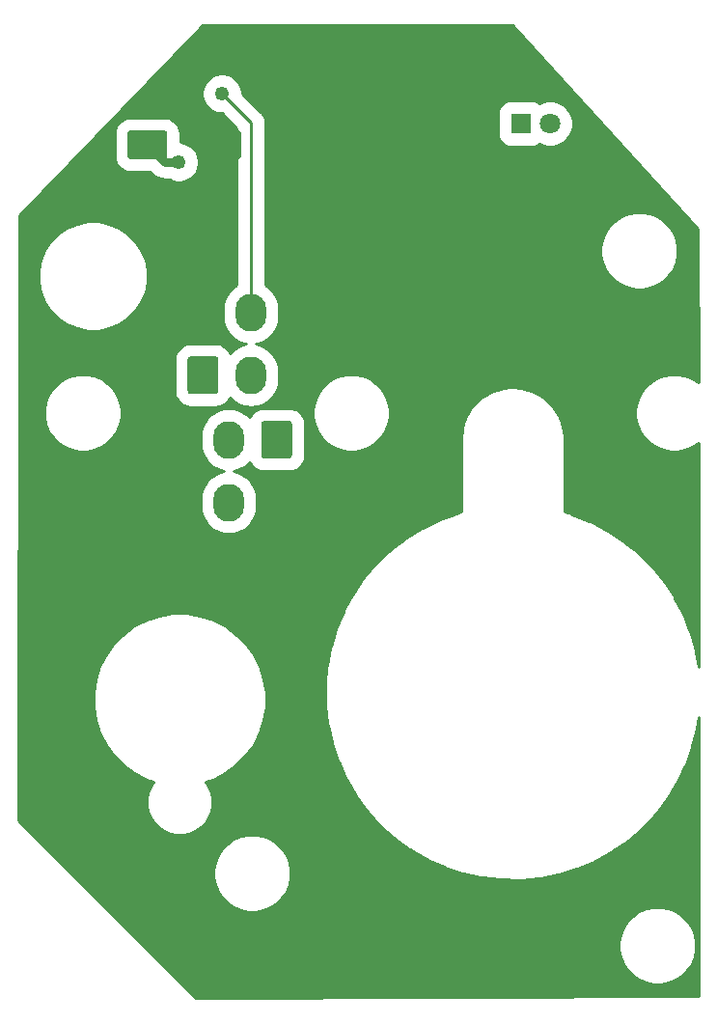
<source format=gbr>
%TF.GenerationSoftware,KiCad,Pcbnew,(5.1.6)-1*%
%TF.CreationDate,2020-12-21T16:45:17+11:00*%
%TF.ProjectId,Landing Gear Panel PCB V2,4c616e64-696e-4672-9047-656172205061,rev?*%
%TF.SameCoordinates,Original*%
%TF.FileFunction,Copper,L2,Bot*%
%TF.FilePolarity,Positive*%
%FSLAX46Y46*%
G04 Gerber Fmt 4.6, Leading zero omitted, Abs format (unit mm)*
G04 Created by KiCad (PCBNEW (5.1.6)-1) date 2020-12-21 16:45:17*
%MOMM*%
%LPD*%
G01*
G04 APERTURE LIST*
%TA.AperFunction,ComponentPad*%
%ADD10O,2.700000X3.300000*%
%TD*%
%TA.AperFunction,ComponentPad*%
%ADD11C,1.800000*%
%TD*%
%TA.AperFunction,ComponentPad*%
%ADD12R,1.800000X1.800000*%
%TD*%
%TA.AperFunction,ViaPad*%
%ADD13C,1.250000*%
%TD*%
%TA.AperFunction,Conductor*%
%ADD14C,0.750000*%
%TD*%
%TA.AperFunction,Conductor*%
%ADD15C,0.250000*%
%TD*%
%TA.AperFunction,Conductor*%
%ADD16C,0.254000*%
%TD*%
G04 APERTURE END LIST*
D10*
%TO.P,J2,4*%
%TO.N,/DATAIN*%
X85450000Y-65500000D03*
%TO.P,J2,3*%
%TO.N,/LEDGND*%
X81250000Y-65500000D03*
%TO.P,J2,2*%
%TO.N,/LED+5V*%
X85450000Y-71000000D03*
%TO.P,J2,1*%
%TA.AperFunction,ComponentPad*%
G36*
G01*
X79900000Y-72399999D02*
X79900000Y-69600001D01*
G75*
G02*
X80150001Y-69350000I250001J0D01*
G01*
X82349999Y-69350000D01*
G75*
G02*
X82600000Y-69600001I0J-250001D01*
G01*
X82600000Y-72399999D01*
G75*
G02*
X82349999Y-72650000I-250001J0D01*
G01*
X80150001Y-72650000D01*
G75*
G02*
X79900000Y-72399999I0J250001D01*
G01*
G37*
%TD.AperFunction*%
%TD*%
%TO.P,J1,4*%
%TO.N,/DATAOUT*%
X83500000Y-82150000D03*
%TO.P,J1,3*%
%TO.N,/LEDGND*%
X87700000Y-82150000D03*
%TO.P,J1,2*%
%TO.N,/LED+5V*%
X83500000Y-76650000D03*
%TO.P,J1,1*%
%TA.AperFunction,ComponentPad*%
G36*
G01*
X89050000Y-75250001D02*
X89050000Y-78049999D01*
G75*
G02*
X88799999Y-78300000I-250001J0D01*
G01*
X86600001Y-78300000D01*
G75*
G02*
X86350000Y-78049999I0J250001D01*
G01*
X86350000Y-75250001D01*
G75*
G02*
X86600001Y-75000000I250001J0D01*
G01*
X88799999Y-75000000D01*
G75*
G02*
X89050000Y-75250001I0J-250001D01*
G01*
G37*
%TD.AperFunction*%
%TD*%
D11*
%TO.P,D24,2*%
%TO.N,/LED+5V*%
X111684000Y-48920400D03*
D12*
%TO.P,D24,1*%
%TO.N,Net-(D24-Pad1)*%
X109144000Y-48920400D03*
%TD*%
%TO.P,C1,2*%
%TO.N,/LEDGND*%
%TA.AperFunction,SMDPad,CuDef*%
G36*
G01*
X81103600Y-51774600D02*
X81103600Y-49774600D01*
G75*
G02*
X81353600Y-49524600I250000J0D01*
G01*
X84353600Y-49524600D01*
G75*
G02*
X84603600Y-49774600I0J-250000D01*
G01*
X84603600Y-51774600D01*
G75*
G02*
X84353600Y-52024600I-250000J0D01*
G01*
X81353600Y-52024600D01*
G75*
G02*
X81103600Y-51774600I0J250000D01*
G01*
G37*
%TD.AperFunction*%
%TO.P,C1,1*%
%TO.N,/LED+5V*%
%TA.AperFunction,SMDPad,CuDef*%
G36*
G01*
X74603600Y-51774600D02*
X74603600Y-49774600D01*
G75*
G02*
X74853600Y-49524600I250000J0D01*
G01*
X77853600Y-49524600D01*
G75*
G02*
X78103600Y-49774600I0J-250000D01*
G01*
X78103600Y-51774600D01*
G75*
G02*
X77853600Y-52024600I-250000J0D01*
G01*
X74853600Y-52024600D01*
G75*
G02*
X74603600Y-51774600I0J250000D01*
G01*
G37*
%TD.AperFunction*%
%TD*%
D13*
%TO.N,/LEDGND*%
X78967400Y-81665300D03*
X87650000Y-62700000D03*
X98550000Y-118000000D03*
X90150000Y-110900000D03*
X73300000Y-111600000D03*
X68350000Y-97200000D03*
X87850000Y-47800000D03*
X98550000Y-47900000D03*
X106650000Y-47800000D03*
X82900000Y-90800000D03*
X91500000Y-94050000D03*
X95200000Y-86400000D03*
X115750000Y-70550000D03*
X103450000Y-72250000D03*
X100250000Y-72150000D03*
X96900000Y-64300000D03*
X114250000Y-63950000D03*
X114100000Y-56600000D03*
X105600000Y-56700000D03*
X96650000Y-56800000D03*
X78750000Y-57450000D03*
X87850000Y-53300000D03*
X105600000Y-64350000D03*
%TO.N,/LED+5V*%
X79134500Y-52298400D03*
%TO.N,/DATAIN*%
X82919500Y-46269500D03*
%TD*%
D14*
%TO.N,/LED+5V*%
X79134500Y-52298400D02*
X77877400Y-52298400D01*
X77877400Y-52298400D02*
X76353600Y-50774600D01*
D15*
%TO.N,/DATAIN*%
X85450000Y-48800000D02*
X82919500Y-46269500D01*
X85450000Y-65500000D02*
X85450000Y-48800000D01*
%TD*%
D16*
%TO.N,/LEDGND*%
G36*
X124679930Y-58105809D02*
G01*
X124689902Y-71638097D01*
X124170284Y-71290899D01*
X123554566Y-71035861D01*
X122900924Y-70905843D01*
X122234476Y-70905843D01*
X121580834Y-71035861D01*
X120965116Y-71290899D01*
X120410985Y-71661158D01*
X119939735Y-72132408D01*
X119569476Y-72686539D01*
X119314438Y-73302257D01*
X119184420Y-73955899D01*
X119184420Y-74622347D01*
X119314438Y-75275989D01*
X119569476Y-75891707D01*
X119939735Y-76445838D01*
X120410985Y-76917088D01*
X120965116Y-77287347D01*
X121580834Y-77542385D01*
X122234476Y-77672403D01*
X122900924Y-77672403D01*
X123554566Y-77542385D01*
X124170284Y-77287347D01*
X124693808Y-76937539D01*
X124708268Y-96559883D01*
X124488987Y-95272075D01*
X124482206Y-95241772D01*
X124477018Y-95211142D01*
X124461409Y-95148829D01*
X124040539Y-93637707D01*
X124030674Y-93608248D01*
X124022369Y-93578327D01*
X124000437Y-93517949D01*
X123426464Y-92058094D01*
X123413621Y-92029800D01*
X123402286Y-92000896D01*
X123374265Y-91943092D01*
X122653270Y-90549970D01*
X122637590Y-90523152D01*
X122623341Y-90495561D01*
X122589526Y-90440944D01*
X121729148Y-89129315D01*
X121710798Y-89104256D01*
X121693785Y-89078270D01*
X121654534Y-89027418D01*
X120663887Y-87811177D01*
X120643056Y-87788133D01*
X120623464Y-87764038D01*
X120579195Y-87717490D01*
X119468776Y-86609523D01*
X119445688Y-86588744D01*
X119423721Y-86566788D01*
X119374901Y-86525037D01*
X118156473Y-85537082D01*
X118131366Y-85518783D01*
X118107265Y-85499206D01*
X118054412Y-85462694D01*
X116740884Y-84605217D01*
X116714037Y-84589600D01*
X116688043Y-84572599D01*
X116631717Y-84541714D01*
X115237004Y-83823801D01*
X115208694Y-83811027D01*
X115181091Y-83796788D01*
X115121888Y-83771857D01*
X113660768Y-83201112D01*
X113631293Y-83191314D01*
X113602373Y-83179989D01*
X113540933Y-83161279D01*
X113540922Y-83161275D01*
X113540917Y-83161274D01*
X112930158Y-82992622D01*
X112936256Y-76521889D01*
X112930021Y-76457967D01*
X112930021Y-76415162D01*
X112928230Y-76398124D01*
X112856395Y-75757703D01*
X112833266Y-75648889D01*
X112811673Y-75539836D01*
X112806609Y-75523477D01*
X112806607Y-75523467D01*
X112806603Y-75523458D01*
X112611749Y-74909197D01*
X112567925Y-74806948D01*
X112525560Y-74704163D01*
X112517412Y-74689092D01*
X112206952Y-74124368D01*
X112144116Y-74032598D01*
X112082581Y-73939981D01*
X112071661Y-73926780D01*
X111657425Y-73433112D01*
X111577961Y-73355295D01*
X111499607Y-73276393D01*
X111486331Y-73265564D01*
X110984096Y-72861757D01*
X110891037Y-72800861D01*
X110798845Y-72738677D01*
X110783718Y-72730633D01*
X110212615Y-72432068D01*
X110109496Y-72390405D01*
X110006986Y-72347314D01*
X109990585Y-72342362D01*
X109372367Y-72160410D01*
X109263103Y-72139567D01*
X109154190Y-72117210D01*
X109137141Y-72115538D01*
X109137139Y-72115538D01*
X108495354Y-72057131D01*
X108384147Y-72057907D01*
X108272940Y-72057131D01*
X108255889Y-72058803D01*
X107614983Y-72126166D01*
X107506024Y-72148532D01*
X107396809Y-72169366D01*
X107380408Y-72174317D01*
X106764791Y-72364882D01*
X106662224Y-72407997D01*
X106559160Y-72449638D01*
X106544033Y-72457680D01*
X105977155Y-72764190D01*
X105884936Y-72826392D01*
X105791904Y-72887271D01*
X105778627Y-72898099D01*
X105282079Y-73308879D01*
X105203704Y-73387803D01*
X105124262Y-73465599D01*
X105113341Y-73478799D01*
X104706038Y-73978202D01*
X104644491Y-74070838D01*
X104581667Y-74162590D01*
X104573518Y-74177660D01*
X104270973Y-74746664D01*
X104228580Y-74849517D01*
X104184786Y-74951697D01*
X104179719Y-74968064D01*
X103993456Y-75584996D01*
X103971856Y-75694085D01*
X103948734Y-75802865D01*
X103946943Y-75819904D01*
X103884057Y-76461266D01*
X103878200Y-76520733D01*
X103878201Y-82983327D01*
X103608929Y-83054539D01*
X103585974Y-83061893D01*
X103562600Y-83067770D01*
X103501704Y-83088220D01*
X102028261Y-83626354D01*
X101999679Y-83638494D01*
X101970490Y-83649126D01*
X101912018Y-83675728D01*
X100501697Y-84362471D01*
X100474505Y-84377490D01*
X100446574Y-84391061D01*
X100391146Y-84423532D01*
X99058887Y-85251607D01*
X99033384Y-85269341D01*
X99006994Y-85285712D01*
X98955198Y-85323708D01*
X97715117Y-86284344D01*
X97691584Y-86304595D01*
X97667004Y-86323602D01*
X97619389Y-86366722D01*
X96484621Y-87449740D01*
X96463285Y-87472313D01*
X96440799Y-87493736D01*
X96397868Y-87541522D01*
X95380439Y-88735448D01*
X95361537Y-88760093D01*
X95341371Y-88783716D01*
X95303579Y-88835662D01*
X94414266Y-90127848D01*
X94397999Y-90154304D01*
X94380367Y-90179876D01*
X94348115Y-90235431D01*
X93596340Y-91612187D01*
X93582880Y-91640172D01*
X93567968Y-91667425D01*
X93541598Y-91726000D01*
X92935326Y-93172739D01*
X92924811Y-93201966D01*
X92912783Y-93230600D01*
X92892573Y-93291576D01*
X92438226Y-94792973D01*
X92430771Y-94823127D01*
X92421750Y-94852845D01*
X92407915Y-94915576D01*
X92110307Y-96455722D01*
X92105990Y-96486490D01*
X92100073Y-96516970D01*
X92092760Y-96580790D01*
X91955044Y-98143370D01*
X91953913Y-98174413D01*
X91951160Y-98205346D01*
X91950445Y-98269580D01*
X91974080Y-99838039D01*
X91976146Y-99869034D01*
X91976587Y-99900087D01*
X91982480Y-99964054D01*
X92167216Y-101521775D01*
X92172456Y-101552385D01*
X92176087Y-101583236D01*
X92188524Y-101646259D01*
X92532404Y-103176738D01*
X92540763Y-103206649D01*
X92547546Y-103236961D01*
X92566395Y-103298371D01*
X93065774Y-104785395D01*
X93077165Y-104814292D01*
X93087027Y-104843744D01*
X93112088Y-104902891D01*
X93761678Y-106330706D01*
X93775981Y-106358282D01*
X93788816Y-106386560D01*
X93819824Y-106442818D01*
X94612741Y-107796297D01*
X94629809Y-107822267D01*
X94645477Y-107849065D01*
X94682104Y-107901838D01*
X95609948Y-109166641D01*
X95629593Y-109190717D01*
X95647935Y-109215765D01*
X95689793Y-109264494D01*
X96742735Y-110427221D01*
X96764748Y-110449147D01*
X96785569Y-110472179D01*
X96832214Y-110516347D01*
X97999098Y-111564681D01*
X98023250Y-111584229D01*
X98046327Y-111604998D01*
X98097265Y-111644137D01*
X99365729Y-112566971D01*
X99391759Y-112583931D01*
X99416852Y-112602220D01*
X99471544Y-112635915D01*
X100828147Y-113423472D01*
X100855782Y-113437666D01*
X100882624Y-113453280D01*
X100940489Y-113481175D01*
X102370863Y-114125111D01*
X102399812Y-114136390D01*
X102428115Y-114149161D01*
X102488528Y-114170955D01*
X102488540Y-114170960D01*
X102488546Y-114170962D01*
X103977529Y-114664453D01*
X104007474Y-114672694D01*
X104036949Y-114682491D01*
X104099296Y-114697963D01*
X105631126Y-115035785D01*
X105661758Y-115040904D01*
X105692084Y-115047619D01*
X105755692Y-115056601D01*
X107314130Y-115235172D01*
X107345121Y-115237115D01*
X107375983Y-115240678D01*
X107440176Y-115243073D01*
X109008716Y-115260504D01*
X109039752Y-115259250D01*
X109070809Y-115259622D01*
X109134908Y-115255406D01*
X110696931Y-115111509D01*
X110727666Y-115107073D01*
X110758602Y-115104250D01*
X110821929Y-115093467D01*
X112360886Y-114789769D01*
X112390997Y-114782198D01*
X112421485Y-114776209D01*
X112483368Y-114758974D01*
X113982956Y-114298691D01*
X114012145Y-114288059D01*
X114041840Y-114278973D01*
X114101623Y-114255468D01*
X115545953Y-113643477D01*
X115573887Y-113629905D01*
X115602498Y-113617811D01*
X115659549Y-113588285D01*
X117033319Y-112831070D01*
X117059718Y-112814694D01*
X117086926Y-112799727D01*
X117140640Y-112764494D01*
X118429297Y-111870076D01*
X118453866Y-111851078D01*
X118479399Y-111833389D01*
X118529206Y-111792821D01*
X119719098Y-110770677D01*
X119741588Y-110749250D01*
X119765163Y-110729034D01*
X119810536Y-110683561D01*
X120889056Y-109544519D01*
X120909223Y-109520895D01*
X120930597Y-109498361D01*
X120971055Y-109448465D01*
X121926777Y-108204593D01*
X121944409Y-108179021D01*
X121963353Y-108154410D01*
X121998468Y-108100620D01*
X122821267Y-106765096D01*
X122836179Y-106737843D01*
X122852491Y-106711418D01*
X122881891Y-106654303D01*
X123563049Y-105241276D01*
X123575082Y-105212632D01*
X123588589Y-105184674D01*
X123611963Y-105124839D01*
X124144264Y-103649279D01*
X124153291Y-103619543D01*
X124163850Y-103590351D01*
X124180949Y-103528431D01*
X124558754Y-102005970D01*
X124564674Y-101975478D01*
X124572180Y-101945341D01*
X124582823Y-101881991D01*
X124711518Y-100970509D01*
X124729555Y-125446492D01*
X80637450Y-125642676D01*
X75692550Y-120697776D01*
X117723920Y-120697776D01*
X117723920Y-121364224D01*
X117853938Y-122017866D01*
X118108976Y-122633584D01*
X118479235Y-123187715D01*
X118950485Y-123658965D01*
X119504616Y-124029224D01*
X120120334Y-124284262D01*
X120773976Y-124414280D01*
X121440424Y-124414280D01*
X122094066Y-124284262D01*
X122709784Y-124029224D01*
X123263915Y-123658965D01*
X123735165Y-123187715D01*
X124105424Y-122633584D01*
X124360462Y-122017866D01*
X124490480Y-121364224D01*
X124490480Y-120697776D01*
X124360462Y-120044134D01*
X124105424Y-119428416D01*
X123735165Y-118874285D01*
X123263915Y-118403035D01*
X122709784Y-118032776D01*
X122094066Y-117777738D01*
X121440424Y-117647720D01*
X120773976Y-117647720D01*
X120120334Y-117777738D01*
X119504616Y-118032776D01*
X118950485Y-118403035D01*
X118479235Y-118874285D01*
X118108976Y-119428416D01*
X117853938Y-120044134D01*
X117723920Y-120697776D01*
X75692550Y-120697776D01*
X69342550Y-114347776D01*
X82163921Y-114347776D01*
X82163921Y-115014224D01*
X82293939Y-115667866D01*
X82548977Y-116283583D01*
X82919236Y-116837714D01*
X83390486Y-117308964D01*
X83944617Y-117679223D01*
X84560334Y-117934261D01*
X85213976Y-118064279D01*
X85880424Y-118064279D01*
X86534066Y-117934261D01*
X87149783Y-117679223D01*
X87703914Y-117308964D01*
X88175164Y-116837714D01*
X88545423Y-116283583D01*
X88800461Y-115667866D01*
X88930479Y-115014224D01*
X88930479Y-114347776D01*
X88800461Y-113694134D01*
X88545423Y-113078417D01*
X88175164Y-112524286D01*
X87703914Y-112053036D01*
X87149783Y-111682777D01*
X86534066Y-111427739D01*
X85880424Y-111297721D01*
X85213976Y-111297721D01*
X84560334Y-111427739D01*
X83944617Y-111682777D01*
X83390486Y-112053036D01*
X82919236Y-112524286D01*
X82548977Y-113078417D01*
X82293939Y-113694134D01*
X82163921Y-114347776D01*
X69342550Y-114347776D01*
X65058848Y-110064075D01*
X65069391Y-98844946D01*
X71623620Y-98844946D01*
X71623620Y-100037054D01*
X71810107Y-101214484D01*
X72178488Y-102348246D01*
X72719694Y-103410421D01*
X73420397Y-104374856D01*
X74263344Y-105217803D01*
X75227779Y-105918506D01*
X76289954Y-106459712D01*
X76911821Y-106661768D01*
X76641393Y-107066493D01*
X76423988Y-107591355D01*
X76313156Y-108148546D01*
X76313156Y-108716654D01*
X76423988Y-109273845D01*
X76641393Y-109798707D01*
X76957016Y-110271071D01*
X77358729Y-110672784D01*
X77831093Y-110988407D01*
X78355955Y-111205812D01*
X78913146Y-111316644D01*
X79481254Y-111316644D01*
X80038445Y-111205812D01*
X80563307Y-110988407D01*
X81035671Y-110672784D01*
X81437384Y-110271071D01*
X81753007Y-109798707D01*
X81970412Y-109273845D01*
X82081244Y-108716654D01*
X82081244Y-108148546D01*
X81970412Y-107591355D01*
X81753007Y-107066493D01*
X81482579Y-106661768D01*
X82104446Y-106459712D01*
X83166621Y-105918506D01*
X84131056Y-105217803D01*
X84974003Y-104374856D01*
X85674706Y-103410421D01*
X86215912Y-102348246D01*
X86584293Y-101214484D01*
X86770780Y-100037054D01*
X86770780Y-98844946D01*
X86584293Y-97667516D01*
X86215912Y-96533754D01*
X85674706Y-95471579D01*
X84974003Y-94507144D01*
X84131056Y-93664197D01*
X83166621Y-92963494D01*
X82104446Y-92422288D01*
X80970684Y-92053907D01*
X79793254Y-91867420D01*
X78601146Y-91867420D01*
X77423716Y-92053907D01*
X76289954Y-92422288D01*
X75227779Y-92963494D01*
X74263344Y-93664197D01*
X73420397Y-94507144D01*
X72719694Y-95471579D01*
X72178488Y-96533754D01*
X71810107Y-97667516D01*
X71623620Y-98844946D01*
X65069391Y-98844946D01*
X65092783Y-73955899D01*
X67307420Y-73955899D01*
X67307420Y-74622347D01*
X67437438Y-75275989D01*
X67692476Y-75891707D01*
X68062735Y-76445838D01*
X68533985Y-76917088D01*
X69088116Y-77287347D01*
X69703834Y-77542385D01*
X70357476Y-77672403D01*
X71023924Y-77672403D01*
X71677566Y-77542385D01*
X72293284Y-77287347D01*
X72847415Y-76917088D01*
X73318665Y-76445838D01*
X73464010Y-76228314D01*
X81023000Y-76228314D01*
X81023000Y-77071685D01*
X81058840Y-77435576D01*
X81200478Y-77902492D01*
X81430485Y-78332805D01*
X81740022Y-78709978D01*
X82117194Y-79019515D01*
X82547507Y-79249522D01*
X83014423Y-79391160D01*
X83104178Y-79400000D01*
X83014424Y-79408840D01*
X82547508Y-79550478D01*
X82117195Y-79780485D01*
X81740023Y-80090022D01*
X81430486Y-80467194D01*
X81200478Y-80897507D01*
X81058840Y-81364423D01*
X81023000Y-81728314D01*
X81023000Y-82571685D01*
X81058840Y-82935576D01*
X81200478Y-83402492D01*
X81430485Y-83832805D01*
X81740022Y-84209978D01*
X82117194Y-84519515D01*
X82547507Y-84749522D01*
X83014423Y-84891160D01*
X83500000Y-84938985D01*
X83985576Y-84891160D01*
X84452492Y-84749522D01*
X84882805Y-84519515D01*
X85259978Y-84209978D01*
X85569515Y-83832806D01*
X85799522Y-83402493D01*
X85941160Y-82935577D01*
X85977000Y-82571686D01*
X85977000Y-81728315D01*
X85941160Y-81364424D01*
X85799522Y-80897508D01*
X85569515Y-80467195D01*
X85259978Y-80090022D01*
X84882806Y-79780485D01*
X84452493Y-79550478D01*
X83985577Y-79408840D01*
X83895822Y-79400000D01*
X83985576Y-79391160D01*
X84452492Y-79249522D01*
X84882805Y-79019515D01*
X85259978Y-78709978D01*
X85340393Y-78611992D01*
X85450533Y-78818049D01*
X85622458Y-79027542D01*
X85831951Y-79199467D01*
X86070959Y-79327220D01*
X86330298Y-79405890D01*
X86600001Y-79432453D01*
X88799999Y-79432453D01*
X89069702Y-79405890D01*
X89329041Y-79327220D01*
X89568049Y-79199467D01*
X89777542Y-79027542D01*
X89949467Y-78818049D01*
X90077220Y-78579041D01*
X90155890Y-78319702D01*
X90182453Y-78049999D01*
X90182453Y-75250001D01*
X90155890Y-74980298D01*
X90077220Y-74720959D01*
X89949467Y-74481951D01*
X89777542Y-74272458D01*
X89568049Y-74100533D01*
X89329041Y-73972780D01*
X89273393Y-73955899D01*
X90863421Y-73955899D01*
X90863421Y-74622347D01*
X90993439Y-75275989D01*
X91248477Y-75891706D01*
X91618736Y-76445837D01*
X92089986Y-76917087D01*
X92644117Y-77287346D01*
X93259834Y-77542384D01*
X93913476Y-77672402D01*
X94579924Y-77672402D01*
X95233566Y-77542384D01*
X95849283Y-77287346D01*
X96403414Y-76917087D01*
X96874664Y-76445837D01*
X97244923Y-75891706D01*
X97499961Y-75275989D01*
X97629979Y-74622347D01*
X97629979Y-73955899D01*
X97499961Y-73302257D01*
X97244923Y-72686540D01*
X96874664Y-72132409D01*
X96403414Y-71661159D01*
X95849283Y-71290900D01*
X95233566Y-71035862D01*
X94579924Y-70905844D01*
X93913476Y-70905844D01*
X93259834Y-71035862D01*
X92644117Y-71290900D01*
X92089986Y-71661159D01*
X91618736Y-72132409D01*
X91248477Y-72686540D01*
X90993439Y-73302257D01*
X90863421Y-73955899D01*
X89273393Y-73955899D01*
X89069702Y-73894110D01*
X88799999Y-73867547D01*
X86600001Y-73867547D01*
X86330298Y-73894110D01*
X86070959Y-73972780D01*
X85831951Y-74100533D01*
X85622458Y-74272458D01*
X85450533Y-74481951D01*
X85340393Y-74688008D01*
X85259978Y-74590022D01*
X84882806Y-74280485D01*
X84452493Y-74050478D01*
X83985577Y-73908840D01*
X83500000Y-73861015D01*
X83014424Y-73908840D01*
X82547508Y-74050478D01*
X82117195Y-74280485D01*
X81740023Y-74590022D01*
X81430486Y-74967194D01*
X81200478Y-75397507D01*
X81058840Y-75864423D01*
X81023000Y-76228314D01*
X73464010Y-76228314D01*
X73688924Y-75891707D01*
X73943962Y-75275989D01*
X74073980Y-74622347D01*
X74073980Y-73955899D01*
X73943962Y-73302257D01*
X73688924Y-72686539D01*
X73318665Y-72132408D01*
X72847415Y-71661158D01*
X72293284Y-71290899D01*
X71677566Y-71035861D01*
X71023924Y-70905843D01*
X70357476Y-70905843D01*
X69703834Y-71035861D01*
X69088116Y-71290899D01*
X68533985Y-71661158D01*
X68062735Y-72132408D01*
X67692476Y-72686539D01*
X67437438Y-73302257D01*
X67307420Y-73955899D01*
X65092783Y-73955899D01*
X65096876Y-69600001D01*
X78767547Y-69600001D01*
X78767547Y-72399999D01*
X78794110Y-72669702D01*
X78872780Y-72929041D01*
X79000533Y-73168049D01*
X79172458Y-73377542D01*
X79381951Y-73549467D01*
X79620959Y-73677220D01*
X79880298Y-73755890D01*
X80150001Y-73782453D01*
X82349999Y-73782453D01*
X82619702Y-73755890D01*
X82879041Y-73677220D01*
X83118049Y-73549467D01*
X83327542Y-73377542D01*
X83499467Y-73168049D01*
X83609608Y-72961991D01*
X83690023Y-73059978D01*
X84067195Y-73369515D01*
X84497508Y-73599522D01*
X84964424Y-73741160D01*
X85450000Y-73788985D01*
X85935577Y-73741160D01*
X86402493Y-73599522D01*
X86832806Y-73369515D01*
X87209978Y-73059978D01*
X87519515Y-72682805D01*
X87749522Y-72252492D01*
X87891160Y-71785576D01*
X87927000Y-71421685D01*
X87927000Y-70578314D01*
X87891160Y-70214423D01*
X87749522Y-69747507D01*
X87519515Y-69317194D01*
X87209978Y-68940022D01*
X86832805Y-68630485D01*
X86402492Y-68400478D01*
X85935576Y-68258840D01*
X85845822Y-68250000D01*
X85935577Y-68241160D01*
X86402493Y-68099522D01*
X86832806Y-67869515D01*
X87209978Y-67559978D01*
X87519515Y-67182805D01*
X87749522Y-66752492D01*
X87891160Y-66285576D01*
X87927000Y-65921685D01*
X87927000Y-65078314D01*
X87891160Y-64714423D01*
X87749522Y-64247507D01*
X87519515Y-63817194D01*
X87209978Y-63440022D01*
X86832805Y-63130485D01*
X86702000Y-63060568D01*
X86702000Y-59737776D01*
X116136420Y-59737776D01*
X116136420Y-60404224D01*
X116266438Y-61057866D01*
X116521476Y-61673584D01*
X116891735Y-62227715D01*
X117362985Y-62698965D01*
X117917116Y-63069224D01*
X118532834Y-63324262D01*
X119186476Y-63454280D01*
X119852924Y-63454280D01*
X120506566Y-63324262D01*
X121122284Y-63069224D01*
X121676415Y-62698965D01*
X122147665Y-62227715D01*
X122517924Y-61673584D01*
X122772962Y-61057866D01*
X122902980Y-60404224D01*
X122902980Y-59737776D01*
X122772962Y-59084134D01*
X122517924Y-58468416D01*
X122147665Y-57914285D01*
X121676415Y-57443035D01*
X121122284Y-57072776D01*
X120506566Y-56817738D01*
X119852924Y-56687720D01*
X119186476Y-56687720D01*
X118532834Y-56817738D01*
X117917116Y-57072776D01*
X117362985Y-57443035D01*
X116891735Y-57914285D01*
X116521476Y-58468416D01*
X116266438Y-59084134D01*
X116136420Y-59737776D01*
X86702000Y-59737776D01*
X86702000Y-48861495D01*
X86708057Y-48799999D01*
X86700252Y-48720758D01*
X86683884Y-48554565D01*
X86612293Y-48318562D01*
X86496036Y-48101060D01*
X86429840Y-48020400D01*
X107111547Y-48020400D01*
X107111547Y-49820400D01*
X107133307Y-50041331D01*
X107197750Y-50253771D01*
X107302400Y-50449557D01*
X107443235Y-50621165D01*
X107614843Y-50762000D01*
X107810629Y-50866650D01*
X108023069Y-50931093D01*
X108244000Y-50952853D01*
X110044000Y-50952853D01*
X110264931Y-50931093D01*
X110477371Y-50866650D01*
X110673157Y-50762000D01*
X110726842Y-50717941D01*
X111092746Y-50869504D01*
X111484358Y-50947400D01*
X111883642Y-50947400D01*
X112275254Y-50869504D01*
X112644145Y-50716704D01*
X112976137Y-50494874D01*
X113258474Y-50212537D01*
X113480304Y-49880545D01*
X113633104Y-49511654D01*
X113711000Y-49120042D01*
X113711000Y-48720758D01*
X113633104Y-48329146D01*
X113480304Y-47960255D01*
X113258474Y-47628263D01*
X112976137Y-47345926D01*
X112644145Y-47124096D01*
X112275254Y-46971296D01*
X111883642Y-46893400D01*
X111484358Y-46893400D01*
X111092746Y-46971296D01*
X110726842Y-47122859D01*
X110673157Y-47078800D01*
X110477371Y-46974150D01*
X110264931Y-46909707D01*
X110044000Y-46887947D01*
X108244000Y-46887947D01*
X108023069Y-46909707D01*
X107810629Y-46974150D01*
X107614843Y-47078800D01*
X107443235Y-47219635D01*
X107302400Y-47391243D01*
X107197750Y-47587029D01*
X107133307Y-47799469D01*
X107111547Y-48020400D01*
X86429840Y-48020400D01*
X86378783Y-47958187D01*
X86339581Y-47910419D01*
X86291813Y-47871217D01*
X84671500Y-46250905D01*
X84671500Y-46096943D01*
X84604171Y-45758461D01*
X84472102Y-45439617D01*
X84280367Y-45152665D01*
X84036335Y-44908633D01*
X83749383Y-44716898D01*
X83430539Y-44584829D01*
X83092057Y-44517500D01*
X82746943Y-44517500D01*
X82408461Y-44584829D01*
X82089617Y-44716898D01*
X81802665Y-44908633D01*
X81558633Y-45152665D01*
X81366898Y-45439617D01*
X81234829Y-45758461D01*
X81167500Y-46096943D01*
X81167500Y-46442057D01*
X81234829Y-46780539D01*
X81366898Y-47099383D01*
X81558633Y-47386335D01*
X81802665Y-47630367D01*
X82089617Y-47822102D01*
X82408461Y-47954171D01*
X82746943Y-48021500D01*
X82900905Y-48021500D01*
X84198001Y-49318597D01*
X84198000Y-63060568D01*
X84067194Y-63130485D01*
X83690022Y-63440022D01*
X83380485Y-63817195D01*
X83150478Y-64247508D01*
X83008840Y-64714424D01*
X82973000Y-65078315D01*
X82973000Y-65921686D01*
X83008840Y-66285577D01*
X83150478Y-66752493D01*
X83380486Y-67182806D01*
X83690023Y-67559978D01*
X84067195Y-67869515D01*
X84497508Y-68099522D01*
X84964424Y-68241160D01*
X85054178Y-68250000D01*
X84964423Y-68258840D01*
X84497507Y-68400478D01*
X84067194Y-68630485D01*
X83690022Y-68940022D01*
X83609607Y-69038008D01*
X83499467Y-68831951D01*
X83327542Y-68622458D01*
X83118049Y-68450533D01*
X82879041Y-68322780D01*
X82619702Y-68244110D01*
X82349999Y-68217547D01*
X80150001Y-68217547D01*
X79880298Y-68244110D01*
X79620959Y-68322780D01*
X79381951Y-68450533D01*
X79172458Y-68622458D01*
X79000533Y-68831951D01*
X78872780Y-69070959D01*
X78794110Y-69330298D01*
X78767547Y-69600001D01*
X65096876Y-69600001D01*
X65104188Y-61821230D01*
X66782162Y-61821230D01*
X66782162Y-62765770D01*
X66966433Y-63692161D01*
X67327893Y-64564802D01*
X67852651Y-65350158D01*
X68520542Y-66018049D01*
X69305898Y-66542807D01*
X70178539Y-66904267D01*
X71104930Y-67088538D01*
X72049470Y-67088538D01*
X72975861Y-66904267D01*
X73848502Y-66542807D01*
X74633858Y-66018049D01*
X75301749Y-65350158D01*
X75826507Y-64564802D01*
X76187967Y-63692161D01*
X76372238Y-62765770D01*
X76372238Y-61821230D01*
X76187967Y-60894839D01*
X75826507Y-60022198D01*
X75301749Y-59236842D01*
X74633858Y-58568951D01*
X73848502Y-58044193D01*
X72975861Y-57682733D01*
X72049470Y-57498462D01*
X71104930Y-57498462D01*
X70178539Y-57682733D01*
X69305898Y-58044193D01*
X68520542Y-58568951D01*
X67852651Y-59236842D01*
X67327893Y-60022198D01*
X66966433Y-60894839D01*
X66782162Y-61821230D01*
X65104188Y-61821230D01*
X65108761Y-56956202D01*
X72058699Y-49774600D01*
X73471147Y-49774600D01*
X73471147Y-51774600D01*
X73497710Y-52044303D01*
X73576380Y-52303642D01*
X73704132Y-52542650D01*
X73876058Y-52752142D01*
X74085550Y-52924068D01*
X74324558Y-53051820D01*
X74583897Y-53130490D01*
X74853600Y-53157053D01*
X76611904Y-53157053D01*
X76763152Y-53308301D01*
X76810187Y-53365613D01*
X77038896Y-53553310D01*
X77299829Y-53692781D01*
X77497070Y-53752613D01*
X77582956Y-53778667D01*
X77877400Y-53807667D01*
X77951183Y-53800400D01*
X78228886Y-53800400D01*
X78304617Y-53851002D01*
X78623461Y-53983071D01*
X78961943Y-54050400D01*
X79307057Y-54050400D01*
X79645539Y-53983071D01*
X79964383Y-53851002D01*
X80251335Y-53659267D01*
X80495367Y-53415235D01*
X80687102Y-53128283D01*
X80819171Y-52809439D01*
X80886500Y-52470957D01*
X80886500Y-52125843D01*
X80819171Y-51787361D01*
X80687102Y-51468517D01*
X80495367Y-51181565D01*
X80251335Y-50937533D01*
X79964383Y-50745798D01*
X79645539Y-50613729D01*
X79307057Y-50546400D01*
X79236053Y-50546400D01*
X79236053Y-49774600D01*
X79209490Y-49504897D01*
X79130820Y-49245558D01*
X79003068Y-49006550D01*
X78831142Y-48797058D01*
X78621650Y-48625132D01*
X78382642Y-48497380D01*
X78123303Y-48418710D01*
X77853600Y-48392147D01*
X74853600Y-48392147D01*
X74583897Y-48418710D01*
X74324558Y-48497380D01*
X74085550Y-48625132D01*
X73876058Y-48797058D01*
X73704132Y-49006550D01*
X73576380Y-49245558D01*
X73497710Y-49504897D01*
X73471147Y-49774600D01*
X72058699Y-49774600D01*
X81209474Y-40318800D01*
X108407749Y-40318800D01*
X124679930Y-58105809D01*
G37*
X124679930Y-58105809D02*
X124689902Y-71638097D01*
X124170284Y-71290899D01*
X123554566Y-71035861D01*
X122900924Y-70905843D01*
X122234476Y-70905843D01*
X121580834Y-71035861D01*
X120965116Y-71290899D01*
X120410985Y-71661158D01*
X119939735Y-72132408D01*
X119569476Y-72686539D01*
X119314438Y-73302257D01*
X119184420Y-73955899D01*
X119184420Y-74622347D01*
X119314438Y-75275989D01*
X119569476Y-75891707D01*
X119939735Y-76445838D01*
X120410985Y-76917088D01*
X120965116Y-77287347D01*
X121580834Y-77542385D01*
X122234476Y-77672403D01*
X122900924Y-77672403D01*
X123554566Y-77542385D01*
X124170284Y-77287347D01*
X124693808Y-76937539D01*
X124708268Y-96559883D01*
X124488987Y-95272075D01*
X124482206Y-95241772D01*
X124477018Y-95211142D01*
X124461409Y-95148829D01*
X124040539Y-93637707D01*
X124030674Y-93608248D01*
X124022369Y-93578327D01*
X124000437Y-93517949D01*
X123426464Y-92058094D01*
X123413621Y-92029800D01*
X123402286Y-92000896D01*
X123374265Y-91943092D01*
X122653270Y-90549970D01*
X122637590Y-90523152D01*
X122623341Y-90495561D01*
X122589526Y-90440944D01*
X121729148Y-89129315D01*
X121710798Y-89104256D01*
X121693785Y-89078270D01*
X121654534Y-89027418D01*
X120663887Y-87811177D01*
X120643056Y-87788133D01*
X120623464Y-87764038D01*
X120579195Y-87717490D01*
X119468776Y-86609523D01*
X119445688Y-86588744D01*
X119423721Y-86566788D01*
X119374901Y-86525037D01*
X118156473Y-85537082D01*
X118131366Y-85518783D01*
X118107265Y-85499206D01*
X118054412Y-85462694D01*
X116740884Y-84605217D01*
X116714037Y-84589600D01*
X116688043Y-84572599D01*
X116631717Y-84541714D01*
X115237004Y-83823801D01*
X115208694Y-83811027D01*
X115181091Y-83796788D01*
X115121888Y-83771857D01*
X113660768Y-83201112D01*
X113631293Y-83191314D01*
X113602373Y-83179989D01*
X113540933Y-83161279D01*
X113540922Y-83161275D01*
X113540917Y-83161274D01*
X112930158Y-82992622D01*
X112936256Y-76521889D01*
X112930021Y-76457967D01*
X112930021Y-76415162D01*
X112928230Y-76398124D01*
X112856395Y-75757703D01*
X112833266Y-75648889D01*
X112811673Y-75539836D01*
X112806609Y-75523477D01*
X112806607Y-75523467D01*
X112806603Y-75523458D01*
X112611749Y-74909197D01*
X112567925Y-74806948D01*
X112525560Y-74704163D01*
X112517412Y-74689092D01*
X112206952Y-74124368D01*
X112144116Y-74032598D01*
X112082581Y-73939981D01*
X112071661Y-73926780D01*
X111657425Y-73433112D01*
X111577961Y-73355295D01*
X111499607Y-73276393D01*
X111486331Y-73265564D01*
X110984096Y-72861757D01*
X110891037Y-72800861D01*
X110798845Y-72738677D01*
X110783718Y-72730633D01*
X110212615Y-72432068D01*
X110109496Y-72390405D01*
X110006986Y-72347314D01*
X109990585Y-72342362D01*
X109372367Y-72160410D01*
X109263103Y-72139567D01*
X109154190Y-72117210D01*
X109137141Y-72115538D01*
X109137139Y-72115538D01*
X108495354Y-72057131D01*
X108384147Y-72057907D01*
X108272940Y-72057131D01*
X108255889Y-72058803D01*
X107614983Y-72126166D01*
X107506024Y-72148532D01*
X107396809Y-72169366D01*
X107380408Y-72174317D01*
X106764791Y-72364882D01*
X106662224Y-72407997D01*
X106559160Y-72449638D01*
X106544033Y-72457680D01*
X105977155Y-72764190D01*
X105884936Y-72826392D01*
X105791904Y-72887271D01*
X105778627Y-72898099D01*
X105282079Y-73308879D01*
X105203704Y-73387803D01*
X105124262Y-73465599D01*
X105113341Y-73478799D01*
X104706038Y-73978202D01*
X104644491Y-74070838D01*
X104581667Y-74162590D01*
X104573518Y-74177660D01*
X104270973Y-74746664D01*
X104228580Y-74849517D01*
X104184786Y-74951697D01*
X104179719Y-74968064D01*
X103993456Y-75584996D01*
X103971856Y-75694085D01*
X103948734Y-75802865D01*
X103946943Y-75819904D01*
X103884057Y-76461266D01*
X103878200Y-76520733D01*
X103878201Y-82983327D01*
X103608929Y-83054539D01*
X103585974Y-83061893D01*
X103562600Y-83067770D01*
X103501704Y-83088220D01*
X102028261Y-83626354D01*
X101999679Y-83638494D01*
X101970490Y-83649126D01*
X101912018Y-83675728D01*
X100501697Y-84362471D01*
X100474505Y-84377490D01*
X100446574Y-84391061D01*
X100391146Y-84423532D01*
X99058887Y-85251607D01*
X99033384Y-85269341D01*
X99006994Y-85285712D01*
X98955198Y-85323708D01*
X97715117Y-86284344D01*
X97691584Y-86304595D01*
X97667004Y-86323602D01*
X97619389Y-86366722D01*
X96484621Y-87449740D01*
X96463285Y-87472313D01*
X96440799Y-87493736D01*
X96397868Y-87541522D01*
X95380439Y-88735448D01*
X95361537Y-88760093D01*
X95341371Y-88783716D01*
X95303579Y-88835662D01*
X94414266Y-90127848D01*
X94397999Y-90154304D01*
X94380367Y-90179876D01*
X94348115Y-90235431D01*
X93596340Y-91612187D01*
X93582880Y-91640172D01*
X93567968Y-91667425D01*
X93541598Y-91726000D01*
X92935326Y-93172739D01*
X92924811Y-93201966D01*
X92912783Y-93230600D01*
X92892573Y-93291576D01*
X92438226Y-94792973D01*
X92430771Y-94823127D01*
X92421750Y-94852845D01*
X92407915Y-94915576D01*
X92110307Y-96455722D01*
X92105990Y-96486490D01*
X92100073Y-96516970D01*
X92092760Y-96580790D01*
X91955044Y-98143370D01*
X91953913Y-98174413D01*
X91951160Y-98205346D01*
X91950445Y-98269580D01*
X91974080Y-99838039D01*
X91976146Y-99869034D01*
X91976587Y-99900087D01*
X91982480Y-99964054D01*
X92167216Y-101521775D01*
X92172456Y-101552385D01*
X92176087Y-101583236D01*
X92188524Y-101646259D01*
X92532404Y-103176738D01*
X92540763Y-103206649D01*
X92547546Y-103236961D01*
X92566395Y-103298371D01*
X93065774Y-104785395D01*
X93077165Y-104814292D01*
X93087027Y-104843744D01*
X93112088Y-104902891D01*
X93761678Y-106330706D01*
X93775981Y-106358282D01*
X93788816Y-106386560D01*
X93819824Y-106442818D01*
X94612741Y-107796297D01*
X94629809Y-107822267D01*
X94645477Y-107849065D01*
X94682104Y-107901838D01*
X95609948Y-109166641D01*
X95629593Y-109190717D01*
X95647935Y-109215765D01*
X95689793Y-109264494D01*
X96742735Y-110427221D01*
X96764748Y-110449147D01*
X96785569Y-110472179D01*
X96832214Y-110516347D01*
X97999098Y-111564681D01*
X98023250Y-111584229D01*
X98046327Y-111604998D01*
X98097265Y-111644137D01*
X99365729Y-112566971D01*
X99391759Y-112583931D01*
X99416852Y-112602220D01*
X99471544Y-112635915D01*
X100828147Y-113423472D01*
X100855782Y-113437666D01*
X100882624Y-113453280D01*
X100940489Y-113481175D01*
X102370863Y-114125111D01*
X102399812Y-114136390D01*
X102428115Y-114149161D01*
X102488528Y-114170955D01*
X102488540Y-114170960D01*
X102488546Y-114170962D01*
X103977529Y-114664453D01*
X104007474Y-114672694D01*
X104036949Y-114682491D01*
X104099296Y-114697963D01*
X105631126Y-115035785D01*
X105661758Y-115040904D01*
X105692084Y-115047619D01*
X105755692Y-115056601D01*
X107314130Y-115235172D01*
X107345121Y-115237115D01*
X107375983Y-115240678D01*
X107440176Y-115243073D01*
X109008716Y-115260504D01*
X109039752Y-115259250D01*
X109070809Y-115259622D01*
X109134908Y-115255406D01*
X110696931Y-115111509D01*
X110727666Y-115107073D01*
X110758602Y-115104250D01*
X110821929Y-115093467D01*
X112360886Y-114789769D01*
X112390997Y-114782198D01*
X112421485Y-114776209D01*
X112483368Y-114758974D01*
X113982956Y-114298691D01*
X114012145Y-114288059D01*
X114041840Y-114278973D01*
X114101623Y-114255468D01*
X115545953Y-113643477D01*
X115573887Y-113629905D01*
X115602498Y-113617811D01*
X115659549Y-113588285D01*
X117033319Y-112831070D01*
X117059718Y-112814694D01*
X117086926Y-112799727D01*
X117140640Y-112764494D01*
X118429297Y-111870076D01*
X118453866Y-111851078D01*
X118479399Y-111833389D01*
X118529206Y-111792821D01*
X119719098Y-110770677D01*
X119741588Y-110749250D01*
X119765163Y-110729034D01*
X119810536Y-110683561D01*
X120889056Y-109544519D01*
X120909223Y-109520895D01*
X120930597Y-109498361D01*
X120971055Y-109448465D01*
X121926777Y-108204593D01*
X121944409Y-108179021D01*
X121963353Y-108154410D01*
X121998468Y-108100620D01*
X122821267Y-106765096D01*
X122836179Y-106737843D01*
X122852491Y-106711418D01*
X122881891Y-106654303D01*
X123563049Y-105241276D01*
X123575082Y-105212632D01*
X123588589Y-105184674D01*
X123611963Y-105124839D01*
X124144264Y-103649279D01*
X124153291Y-103619543D01*
X124163850Y-103590351D01*
X124180949Y-103528431D01*
X124558754Y-102005970D01*
X124564674Y-101975478D01*
X124572180Y-101945341D01*
X124582823Y-101881991D01*
X124711518Y-100970509D01*
X124729555Y-125446492D01*
X80637450Y-125642676D01*
X75692550Y-120697776D01*
X117723920Y-120697776D01*
X117723920Y-121364224D01*
X117853938Y-122017866D01*
X118108976Y-122633584D01*
X118479235Y-123187715D01*
X118950485Y-123658965D01*
X119504616Y-124029224D01*
X120120334Y-124284262D01*
X120773976Y-124414280D01*
X121440424Y-124414280D01*
X122094066Y-124284262D01*
X122709784Y-124029224D01*
X123263915Y-123658965D01*
X123735165Y-123187715D01*
X124105424Y-122633584D01*
X124360462Y-122017866D01*
X124490480Y-121364224D01*
X124490480Y-120697776D01*
X124360462Y-120044134D01*
X124105424Y-119428416D01*
X123735165Y-118874285D01*
X123263915Y-118403035D01*
X122709784Y-118032776D01*
X122094066Y-117777738D01*
X121440424Y-117647720D01*
X120773976Y-117647720D01*
X120120334Y-117777738D01*
X119504616Y-118032776D01*
X118950485Y-118403035D01*
X118479235Y-118874285D01*
X118108976Y-119428416D01*
X117853938Y-120044134D01*
X117723920Y-120697776D01*
X75692550Y-120697776D01*
X69342550Y-114347776D01*
X82163921Y-114347776D01*
X82163921Y-115014224D01*
X82293939Y-115667866D01*
X82548977Y-116283583D01*
X82919236Y-116837714D01*
X83390486Y-117308964D01*
X83944617Y-117679223D01*
X84560334Y-117934261D01*
X85213976Y-118064279D01*
X85880424Y-118064279D01*
X86534066Y-117934261D01*
X87149783Y-117679223D01*
X87703914Y-117308964D01*
X88175164Y-116837714D01*
X88545423Y-116283583D01*
X88800461Y-115667866D01*
X88930479Y-115014224D01*
X88930479Y-114347776D01*
X88800461Y-113694134D01*
X88545423Y-113078417D01*
X88175164Y-112524286D01*
X87703914Y-112053036D01*
X87149783Y-111682777D01*
X86534066Y-111427739D01*
X85880424Y-111297721D01*
X85213976Y-111297721D01*
X84560334Y-111427739D01*
X83944617Y-111682777D01*
X83390486Y-112053036D01*
X82919236Y-112524286D01*
X82548977Y-113078417D01*
X82293939Y-113694134D01*
X82163921Y-114347776D01*
X69342550Y-114347776D01*
X65058848Y-110064075D01*
X65069391Y-98844946D01*
X71623620Y-98844946D01*
X71623620Y-100037054D01*
X71810107Y-101214484D01*
X72178488Y-102348246D01*
X72719694Y-103410421D01*
X73420397Y-104374856D01*
X74263344Y-105217803D01*
X75227779Y-105918506D01*
X76289954Y-106459712D01*
X76911821Y-106661768D01*
X76641393Y-107066493D01*
X76423988Y-107591355D01*
X76313156Y-108148546D01*
X76313156Y-108716654D01*
X76423988Y-109273845D01*
X76641393Y-109798707D01*
X76957016Y-110271071D01*
X77358729Y-110672784D01*
X77831093Y-110988407D01*
X78355955Y-111205812D01*
X78913146Y-111316644D01*
X79481254Y-111316644D01*
X80038445Y-111205812D01*
X80563307Y-110988407D01*
X81035671Y-110672784D01*
X81437384Y-110271071D01*
X81753007Y-109798707D01*
X81970412Y-109273845D01*
X82081244Y-108716654D01*
X82081244Y-108148546D01*
X81970412Y-107591355D01*
X81753007Y-107066493D01*
X81482579Y-106661768D01*
X82104446Y-106459712D01*
X83166621Y-105918506D01*
X84131056Y-105217803D01*
X84974003Y-104374856D01*
X85674706Y-103410421D01*
X86215912Y-102348246D01*
X86584293Y-101214484D01*
X86770780Y-100037054D01*
X86770780Y-98844946D01*
X86584293Y-97667516D01*
X86215912Y-96533754D01*
X85674706Y-95471579D01*
X84974003Y-94507144D01*
X84131056Y-93664197D01*
X83166621Y-92963494D01*
X82104446Y-92422288D01*
X80970684Y-92053907D01*
X79793254Y-91867420D01*
X78601146Y-91867420D01*
X77423716Y-92053907D01*
X76289954Y-92422288D01*
X75227779Y-92963494D01*
X74263344Y-93664197D01*
X73420397Y-94507144D01*
X72719694Y-95471579D01*
X72178488Y-96533754D01*
X71810107Y-97667516D01*
X71623620Y-98844946D01*
X65069391Y-98844946D01*
X65092783Y-73955899D01*
X67307420Y-73955899D01*
X67307420Y-74622347D01*
X67437438Y-75275989D01*
X67692476Y-75891707D01*
X68062735Y-76445838D01*
X68533985Y-76917088D01*
X69088116Y-77287347D01*
X69703834Y-77542385D01*
X70357476Y-77672403D01*
X71023924Y-77672403D01*
X71677566Y-77542385D01*
X72293284Y-77287347D01*
X72847415Y-76917088D01*
X73318665Y-76445838D01*
X73464010Y-76228314D01*
X81023000Y-76228314D01*
X81023000Y-77071685D01*
X81058840Y-77435576D01*
X81200478Y-77902492D01*
X81430485Y-78332805D01*
X81740022Y-78709978D01*
X82117194Y-79019515D01*
X82547507Y-79249522D01*
X83014423Y-79391160D01*
X83104178Y-79400000D01*
X83014424Y-79408840D01*
X82547508Y-79550478D01*
X82117195Y-79780485D01*
X81740023Y-80090022D01*
X81430486Y-80467194D01*
X81200478Y-80897507D01*
X81058840Y-81364423D01*
X81023000Y-81728314D01*
X81023000Y-82571685D01*
X81058840Y-82935576D01*
X81200478Y-83402492D01*
X81430485Y-83832805D01*
X81740022Y-84209978D01*
X82117194Y-84519515D01*
X82547507Y-84749522D01*
X83014423Y-84891160D01*
X83500000Y-84938985D01*
X83985576Y-84891160D01*
X84452492Y-84749522D01*
X84882805Y-84519515D01*
X85259978Y-84209978D01*
X85569515Y-83832806D01*
X85799522Y-83402493D01*
X85941160Y-82935577D01*
X85977000Y-82571686D01*
X85977000Y-81728315D01*
X85941160Y-81364424D01*
X85799522Y-80897508D01*
X85569515Y-80467195D01*
X85259978Y-80090022D01*
X84882806Y-79780485D01*
X84452493Y-79550478D01*
X83985577Y-79408840D01*
X83895822Y-79400000D01*
X83985576Y-79391160D01*
X84452492Y-79249522D01*
X84882805Y-79019515D01*
X85259978Y-78709978D01*
X85340393Y-78611992D01*
X85450533Y-78818049D01*
X85622458Y-79027542D01*
X85831951Y-79199467D01*
X86070959Y-79327220D01*
X86330298Y-79405890D01*
X86600001Y-79432453D01*
X88799999Y-79432453D01*
X89069702Y-79405890D01*
X89329041Y-79327220D01*
X89568049Y-79199467D01*
X89777542Y-79027542D01*
X89949467Y-78818049D01*
X90077220Y-78579041D01*
X90155890Y-78319702D01*
X90182453Y-78049999D01*
X90182453Y-75250001D01*
X90155890Y-74980298D01*
X90077220Y-74720959D01*
X89949467Y-74481951D01*
X89777542Y-74272458D01*
X89568049Y-74100533D01*
X89329041Y-73972780D01*
X89273393Y-73955899D01*
X90863421Y-73955899D01*
X90863421Y-74622347D01*
X90993439Y-75275989D01*
X91248477Y-75891706D01*
X91618736Y-76445837D01*
X92089986Y-76917087D01*
X92644117Y-77287346D01*
X93259834Y-77542384D01*
X93913476Y-77672402D01*
X94579924Y-77672402D01*
X95233566Y-77542384D01*
X95849283Y-77287346D01*
X96403414Y-76917087D01*
X96874664Y-76445837D01*
X97244923Y-75891706D01*
X97499961Y-75275989D01*
X97629979Y-74622347D01*
X97629979Y-73955899D01*
X97499961Y-73302257D01*
X97244923Y-72686540D01*
X96874664Y-72132409D01*
X96403414Y-71661159D01*
X95849283Y-71290900D01*
X95233566Y-71035862D01*
X94579924Y-70905844D01*
X93913476Y-70905844D01*
X93259834Y-71035862D01*
X92644117Y-71290900D01*
X92089986Y-71661159D01*
X91618736Y-72132409D01*
X91248477Y-72686540D01*
X90993439Y-73302257D01*
X90863421Y-73955899D01*
X89273393Y-73955899D01*
X89069702Y-73894110D01*
X88799999Y-73867547D01*
X86600001Y-73867547D01*
X86330298Y-73894110D01*
X86070959Y-73972780D01*
X85831951Y-74100533D01*
X85622458Y-74272458D01*
X85450533Y-74481951D01*
X85340393Y-74688008D01*
X85259978Y-74590022D01*
X84882806Y-74280485D01*
X84452493Y-74050478D01*
X83985577Y-73908840D01*
X83500000Y-73861015D01*
X83014424Y-73908840D01*
X82547508Y-74050478D01*
X82117195Y-74280485D01*
X81740023Y-74590022D01*
X81430486Y-74967194D01*
X81200478Y-75397507D01*
X81058840Y-75864423D01*
X81023000Y-76228314D01*
X73464010Y-76228314D01*
X73688924Y-75891707D01*
X73943962Y-75275989D01*
X74073980Y-74622347D01*
X74073980Y-73955899D01*
X73943962Y-73302257D01*
X73688924Y-72686539D01*
X73318665Y-72132408D01*
X72847415Y-71661158D01*
X72293284Y-71290899D01*
X71677566Y-71035861D01*
X71023924Y-70905843D01*
X70357476Y-70905843D01*
X69703834Y-71035861D01*
X69088116Y-71290899D01*
X68533985Y-71661158D01*
X68062735Y-72132408D01*
X67692476Y-72686539D01*
X67437438Y-73302257D01*
X67307420Y-73955899D01*
X65092783Y-73955899D01*
X65096876Y-69600001D01*
X78767547Y-69600001D01*
X78767547Y-72399999D01*
X78794110Y-72669702D01*
X78872780Y-72929041D01*
X79000533Y-73168049D01*
X79172458Y-73377542D01*
X79381951Y-73549467D01*
X79620959Y-73677220D01*
X79880298Y-73755890D01*
X80150001Y-73782453D01*
X82349999Y-73782453D01*
X82619702Y-73755890D01*
X82879041Y-73677220D01*
X83118049Y-73549467D01*
X83327542Y-73377542D01*
X83499467Y-73168049D01*
X83609608Y-72961991D01*
X83690023Y-73059978D01*
X84067195Y-73369515D01*
X84497508Y-73599522D01*
X84964424Y-73741160D01*
X85450000Y-73788985D01*
X85935577Y-73741160D01*
X86402493Y-73599522D01*
X86832806Y-73369515D01*
X87209978Y-73059978D01*
X87519515Y-72682805D01*
X87749522Y-72252492D01*
X87891160Y-71785576D01*
X87927000Y-71421685D01*
X87927000Y-70578314D01*
X87891160Y-70214423D01*
X87749522Y-69747507D01*
X87519515Y-69317194D01*
X87209978Y-68940022D01*
X86832805Y-68630485D01*
X86402492Y-68400478D01*
X85935576Y-68258840D01*
X85845822Y-68250000D01*
X85935577Y-68241160D01*
X86402493Y-68099522D01*
X86832806Y-67869515D01*
X87209978Y-67559978D01*
X87519515Y-67182805D01*
X87749522Y-66752492D01*
X87891160Y-66285576D01*
X87927000Y-65921685D01*
X87927000Y-65078314D01*
X87891160Y-64714423D01*
X87749522Y-64247507D01*
X87519515Y-63817194D01*
X87209978Y-63440022D01*
X86832805Y-63130485D01*
X86702000Y-63060568D01*
X86702000Y-59737776D01*
X116136420Y-59737776D01*
X116136420Y-60404224D01*
X116266438Y-61057866D01*
X116521476Y-61673584D01*
X116891735Y-62227715D01*
X117362985Y-62698965D01*
X117917116Y-63069224D01*
X118532834Y-63324262D01*
X119186476Y-63454280D01*
X119852924Y-63454280D01*
X120506566Y-63324262D01*
X121122284Y-63069224D01*
X121676415Y-62698965D01*
X122147665Y-62227715D01*
X122517924Y-61673584D01*
X122772962Y-61057866D01*
X122902980Y-60404224D01*
X122902980Y-59737776D01*
X122772962Y-59084134D01*
X122517924Y-58468416D01*
X122147665Y-57914285D01*
X121676415Y-57443035D01*
X121122284Y-57072776D01*
X120506566Y-56817738D01*
X119852924Y-56687720D01*
X119186476Y-56687720D01*
X118532834Y-56817738D01*
X117917116Y-57072776D01*
X117362985Y-57443035D01*
X116891735Y-57914285D01*
X116521476Y-58468416D01*
X116266438Y-59084134D01*
X116136420Y-59737776D01*
X86702000Y-59737776D01*
X86702000Y-48861495D01*
X86708057Y-48799999D01*
X86700252Y-48720758D01*
X86683884Y-48554565D01*
X86612293Y-48318562D01*
X86496036Y-48101060D01*
X86429840Y-48020400D01*
X107111547Y-48020400D01*
X107111547Y-49820400D01*
X107133307Y-50041331D01*
X107197750Y-50253771D01*
X107302400Y-50449557D01*
X107443235Y-50621165D01*
X107614843Y-50762000D01*
X107810629Y-50866650D01*
X108023069Y-50931093D01*
X108244000Y-50952853D01*
X110044000Y-50952853D01*
X110264931Y-50931093D01*
X110477371Y-50866650D01*
X110673157Y-50762000D01*
X110726842Y-50717941D01*
X111092746Y-50869504D01*
X111484358Y-50947400D01*
X111883642Y-50947400D01*
X112275254Y-50869504D01*
X112644145Y-50716704D01*
X112976137Y-50494874D01*
X113258474Y-50212537D01*
X113480304Y-49880545D01*
X113633104Y-49511654D01*
X113711000Y-49120042D01*
X113711000Y-48720758D01*
X113633104Y-48329146D01*
X113480304Y-47960255D01*
X113258474Y-47628263D01*
X112976137Y-47345926D01*
X112644145Y-47124096D01*
X112275254Y-46971296D01*
X111883642Y-46893400D01*
X111484358Y-46893400D01*
X111092746Y-46971296D01*
X110726842Y-47122859D01*
X110673157Y-47078800D01*
X110477371Y-46974150D01*
X110264931Y-46909707D01*
X110044000Y-46887947D01*
X108244000Y-46887947D01*
X108023069Y-46909707D01*
X107810629Y-46974150D01*
X107614843Y-47078800D01*
X107443235Y-47219635D01*
X107302400Y-47391243D01*
X107197750Y-47587029D01*
X107133307Y-47799469D01*
X107111547Y-48020400D01*
X86429840Y-48020400D01*
X86378783Y-47958187D01*
X86339581Y-47910419D01*
X86291813Y-47871217D01*
X84671500Y-46250905D01*
X84671500Y-46096943D01*
X84604171Y-45758461D01*
X84472102Y-45439617D01*
X84280367Y-45152665D01*
X84036335Y-44908633D01*
X83749383Y-44716898D01*
X83430539Y-44584829D01*
X83092057Y-44517500D01*
X82746943Y-44517500D01*
X82408461Y-44584829D01*
X82089617Y-44716898D01*
X81802665Y-44908633D01*
X81558633Y-45152665D01*
X81366898Y-45439617D01*
X81234829Y-45758461D01*
X81167500Y-46096943D01*
X81167500Y-46442057D01*
X81234829Y-46780539D01*
X81366898Y-47099383D01*
X81558633Y-47386335D01*
X81802665Y-47630367D01*
X82089617Y-47822102D01*
X82408461Y-47954171D01*
X82746943Y-48021500D01*
X82900905Y-48021500D01*
X84198001Y-49318597D01*
X84198000Y-63060568D01*
X84067194Y-63130485D01*
X83690022Y-63440022D01*
X83380485Y-63817195D01*
X83150478Y-64247508D01*
X83008840Y-64714424D01*
X82973000Y-65078315D01*
X82973000Y-65921686D01*
X83008840Y-66285577D01*
X83150478Y-66752493D01*
X83380486Y-67182806D01*
X83690023Y-67559978D01*
X84067195Y-67869515D01*
X84497508Y-68099522D01*
X84964424Y-68241160D01*
X85054178Y-68250000D01*
X84964423Y-68258840D01*
X84497507Y-68400478D01*
X84067194Y-68630485D01*
X83690022Y-68940022D01*
X83609607Y-69038008D01*
X83499467Y-68831951D01*
X83327542Y-68622458D01*
X83118049Y-68450533D01*
X82879041Y-68322780D01*
X82619702Y-68244110D01*
X82349999Y-68217547D01*
X80150001Y-68217547D01*
X79880298Y-68244110D01*
X79620959Y-68322780D01*
X79381951Y-68450533D01*
X79172458Y-68622458D01*
X79000533Y-68831951D01*
X78872780Y-69070959D01*
X78794110Y-69330298D01*
X78767547Y-69600001D01*
X65096876Y-69600001D01*
X65104188Y-61821230D01*
X66782162Y-61821230D01*
X66782162Y-62765770D01*
X66966433Y-63692161D01*
X67327893Y-64564802D01*
X67852651Y-65350158D01*
X68520542Y-66018049D01*
X69305898Y-66542807D01*
X70178539Y-66904267D01*
X71104930Y-67088538D01*
X72049470Y-67088538D01*
X72975861Y-66904267D01*
X73848502Y-66542807D01*
X74633858Y-66018049D01*
X75301749Y-65350158D01*
X75826507Y-64564802D01*
X76187967Y-63692161D01*
X76372238Y-62765770D01*
X76372238Y-61821230D01*
X76187967Y-60894839D01*
X75826507Y-60022198D01*
X75301749Y-59236842D01*
X74633858Y-58568951D01*
X73848502Y-58044193D01*
X72975861Y-57682733D01*
X72049470Y-57498462D01*
X71104930Y-57498462D01*
X70178539Y-57682733D01*
X69305898Y-58044193D01*
X68520542Y-58568951D01*
X67852651Y-59236842D01*
X67327893Y-60022198D01*
X66966433Y-60894839D01*
X66782162Y-61821230D01*
X65104188Y-61821230D01*
X65108761Y-56956202D01*
X72058699Y-49774600D01*
X73471147Y-49774600D01*
X73471147Y-51774600D01*
X73497710Y-52044303D01*
X73576380Y-52303642D01*
X73704132Y-52542650D01*
X73876058Y-52752142D01*
X74085550Y-52924068D01*
X74324558Y-53051820D01*
X74583897Y-53130490D01*
X74853600Y-53157053D01*
X76611904Y-53157053D01*
X76763152Y-53308301D01*
X76810187Y-53365613D01*
X77038896Y-53553310D01*
X77299829Y-53692781D01*
X77497070Y-53752613D01*
X77582956Y-53778667D01*
X77877400Y-53807667D01*
X77951183Y-53800400D01*
X78228886Y-53800400D01*
X78304617Y-53851002D01*
X78623461Y-53983071D01*
X78961943Y-54050400D01*
X79307057Y-54050400D01*
X79645539Y-53983071D01*
X79964383Y-53851002D01*
X80251335Y-53659267D01*
X80495367Y-53415235D01*
X80687102Y-53128283D01*
X80819171Y-52809439D01*
X80886500Y-52470957D01*
X80886500Y-52125843D01*
X80819171Y-51787361D01*
X80687102Y-51468517D01*
X80495367Y-51181565D01*
X80251335Y-50937533D01*
X79964383Y-50745798D01*
X79645539Y-50613729D01*
X79307057Y-50546400D01*
X79236053Y-50546400D01*
X79236053Y-49774600D01*
X79209490Y-49504897D01*
X79130820Y-49245558D01*
X79003068Y-49006550D01*
X78831142Y-48797058D01*
X78621650Y-48625132D01*
X78382642Y-48497380D01*
X78123303Y-48418710D01*
X77853600Y-48392147D01*
X74853600Y-48392147D01*
X74583897Y-48418710D01*
X74324558Y-48497380D01*
X74085550Y-48625132D01*
X73876058Y-48797058D01*
X73704132Y-49006550D01*
X73576380Y-49245558D01*
X73497710Y-49504897D01*
X73471147Y-49774600D01*
X72058699Y-49774600D01*
X81209474Y-40318800D01*
X108407749Y-40318800D01*
X124679930Y-58105809D01*
%TD*%
M02*

</source>
